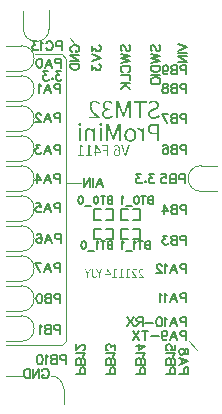
<source format=gbo>
%FSLAX36Y36*%
%MOIN*%

%ADD10C,0.0050*%
%ADD11C,0.0040*%
%ADD12C,0.0060*%

%LPD*%
G36*
X551900Y-1430200D02*
G01*
X550040Y-1430360D01*
X548400Y-1430820D01*
X546960Y-1431560D01*
X545740Y-1432540D01*
X544780Y-1433800D01*
X544080Y-1435260D01*
X543640Y-1436940D01*
X543500Y-1438800D01*
X543720Y-1441020D01*
X544340Y-1443260D01*
X545340Y-1445520D01*
X546700Y-1447800D01*
X548400Y-1450120D01*
X550420Y-1452500D01*
X552720Y-1454920D01*
X555300Y-1457400D01*
X550500Y-1457200D01*
X542100Y-1457200D01*
X542100Y-1460000D01*
X560200Y-1460000D01*
X560200Y-1458000D01*
X556920Y-1455060D01*
X554120Y-1452320D01*
X551800Y-1449740D01*
X549920Y-1447320D01*
X548500Y-1445040D01*
X547480Y-1442900D01*
X546900Y-1440860D01*
X546700Y-1438899D01*
X547020Y-1436480D01*
X548020Y-1434540D01*
X549740Y-1433260D01*
X552200Y-1432800D01*
X554000Y-1433080D01*
X555660Y-1433839D01*
X557140Y-1434960D01*
X558500Y-1436300D01*
X560400Y-1434500D01*
X558560Y-1432740D01*
X556600Y-1431380D01*
X554400Y-1430500D01*
G37*
G36*
X529900Y-1430200D02*
G01*
X528040Y-1430360D01*
X526400Y-1430820D01*
X524960Y-1431560D01*
X523760Y-1432540D01*
X522780Y-1433800D01*
X522080Y-1435260D01*
X521640Y-1436940D01*
X521500Y-1438800D01*
X521719Y-1441020D01*
X522340Y-1443260D01*
X523360Y-1445520D01*
X524740Y-1447800D01*
X526440Y-1450120D01*
X528460Y-1452500D01*
X530760Y-1454920D01*
X533300Y-1457400D01*
X528500Y-1457200D01*
X520100Y-1457200D01*
X520100Y-1460000D01*
X538200Y-1460000D01*
X538200Y-1458000D01*
X534940Y-1455060D01*
X532160Y-1452320D01*
X529840Y-1449740D01*
X527960Y-1447320D01*
X526520Y-1445040D01*
X525500Y-1442900D01*
X524900Y-1440860D01*
X524700Y-1438899D01*
X525040Y-1436480D01*
X526080Y-1434540D01*
X527820Y-1433260D01*
X530300Y-1432800D01*
X532040Y-1433080D01*
X533660Y-1433839D01*
X535160Y-1434960D01*
X536500Y-1436300D01*
X538400Y-1434500D01*
X536620Y-1432740D01*
X534680Y-1431380D01*
X532460Y-1430500D01*
G37*
G36*
X504700Y-1430700D02*
G01*
X504700Y-1457300D01*
X498800Y-1457300D01*
X498800Y-1460000D01*
X514500Y-1460000D01*
X514500Y-1457300D01*
X508000Y-1457300D01*
X508000Y-1434800D01*
X513100Y-1434800D01*
X513100Y-1432700D01*
X511340Y-1432340D01*
X509780Y-1431879D01*
X508400Y-1431339D01*
X507200Y-1430700D01*
G37*
G36*
X482800Y-1430700D02*
G01*
X482800Y-1457300D01*
X476800Y-1457300D01*
X476800Y-1460000D01*
X492600Y-1460000D01*
X492600Y-1457300D01*
X486000Y-1457300D01*
X486000Y-1434800D01*
X491200Y-1434800D01*
X491200Y-1432700D01*
X489400Y-1432340D01*
X487819Y-1431879D01*
X486440Y-1431339D01*
X485200Y-1430700D01*
G37*
G36*
X460800Y-1430700D02*
G01*
X460800Y-1457300D01*
X454799Y-1457300D01*
X454799Y-1460000D01*
X470600Y-1460000D01*
X470600Y-1457300D01*
X464000Y-1457300D01*
X464000Y-1434800D01*
X469200Y-1434800D01*
X469200Y-1432700D01*
X467440Y-1432340D01*
X465880Y-1431879D01*
X464500Y-1431339D01*
X463300Y-1430700D01*
G37*
G36*
X435500Y-1430700D02*
G01*
X435500Y-1434500D01*
X438600Y-1434500D01*
X440900Y-1438800D01*
X448000Y-1449199D01*
X438600Y-1449199D01*
X438579Y-1438500D01*
X438400Y-1434500D01*
X435500Y-1434500D01*
X435500Y-1449199D01*
X431500Y-1449199D01*
X431500Y-1451800D01*
X435500Y-1451800D01*
X435500Y-1460000D01*
X438600Y-1460000D01*
X438600Y-1451800D01*
X451400Y-1451800D01*
X451400Y-1449700D01*
X439000Y-1430700D01*
G37*
G36*
X400400Y-1430700D02*
G01*
X409200Y-1448500D01*
X409200Y-1460000D01*
X412500Y-1460000D01*
X412500Y-1448500D01*
X421300Y-1430700D01*
X417800Y-1430700D01*
X410900Y-1445600D01*
X410800Y-1445600D01*
X409219Y-1442400D01*
X407800Y-1439199D01*
X403800Y-1430700D01*
G37*
G36*
X387600Y-1430700D02*
G01*
X387600Y-1451600D01*
X387700Y-1453380D01*
X388040Y-1455060D01*
X388600Y-1456560D01*
X389420Y-1457880D01*
X390500Y-1458980D01*
X391860Y-1459800D01*
X393519Y-1460320D01*
X395500Y-1460500D01*
X398020Y-1460220D01*
X400160Y-1459379D01*
X401960Y-1457960D01*
X403400Y-1456000D01*
X401000Y-1454300D01*
X399900Y-1455820D01*
X398700Y-1456860D01*
X397340Y-1457420D01*
X395800Y-1457600D01*
X393640Y-1457240D01*
X392120Y-1456120D01*
X391200Y-1454139D01*
X390900Y-1451200D01*
X390900Y-1430700D01*
G37*
G36*
X362800Y-1430700D02*
G01*
X371599Y-1448500D01*
X371599Y-1460000D01*
X374799Y-1460000D01*
X374799Y-1448500D01*
X383600Y-1430700D01*
X380100Y-1430700D01*
X373200Y-1445600D01*
X373100Y-1445600D01*
X371520Y-1442400D01*
X366200Y-1430700D01*
G37*
G36*
X439000Y-870000D02*
G01*
X436659Y-870140D01*
X434440Y-870480D01*
X432360Y-871020D01*
X430439Y-871760D01*
X428680Y-872700D01*
X427100Y-873860D01*
X425720Y-875180D01*
X424580Y-876700D01*
X423640Y-878420D01*
X422960Y-880300D01*
X422540Y-882360D01*
X422400Y-884599D01*
X422600Y-887220D01*
X423160Y-889599D01*
X424060Y-891720D01*
X425280Y-893620D01*
X426820Y-895260D01*
X428600Y-896680D01*
X430640Y-897860D01*
X432900Y-898800D01*
X432900Y-899100D01*
X430379Y-899880D01*
X428040Y-900980D01*
X425920Y-902420D01*
X424060Y-904160D01*
X422540Y-906220D01*
X421380Y-908560D01*
X420660Y-911200D01*
X420400Y-914100D01*
X420560Y-916620D01*
X421060Y-918940D01*
X421840Y-921080D01*
X422900Y-923020D01*
X424219Y-924760D01*
X425780Y-926300D01*
X427540Y-927620D01*
X429500Y-928700D01*
X431620Y-929560D01*
X433900Y-930200D01*
X436300Y-930580D01*
X438800Y-930699D01*
X442060Y-930520D01*
X445020Y-930020D01*
X447680Y-929260D01*
X450080Y-928240D01*
X452239Y-927039D01*
X454180Y-925680D01*
X455880Y-924220D01*
X457400Y-922700D01*
X454000Y-918500D01*
X452680Y-919800D01*
X451240Y-921040D01*
X449660Y-922200D01*
X447960Y-923220D01*
X446060Y-924080D01*
X443980Y-924740D01*
X441700Y-925160D01*
X439200Y-925300D01*
X436640Y-925100D01*
X434300Y-924500D01*
X432220Y-923540D01*
X430439Y-922220D01*
X428980Y-920580D01*
X427900Y-918640D01*
X427239Y-916400D01*
X427000Y-913900D01*
X427100Y-912159D01*
X427420Y-910500D01*
X427980Y-908980D01*
X428780Y-907560D01*
X429820Y-906280D01*
X431160Y-905160D01*
X432760Y-904160D01*
X434660Y-903340D01*
X436880Y-902680D01*
X439400Y-902200D01*
X442280Y-901900D01*
X445500Y-901800D01*
X445500Y-896700D01*
X442620Y-896600D01*
X440040Y-896300D01*
X437780Y-895800D01*
X435800Y-895140D01*
X434099Y-894320D01*
X432680Y-893340D01*
X431500Y-892220D01*
X430560Y-891000D01*
X429860Y-889659D01*
X429380Y-888220D01*
X429099Y-886700D01*
X429000Y-885100D01*
X429180Y-883000D01*
X429720Y-881100D01*
X430600Y-879440D01*
X431780Y-878020D01*
X433280Y-876900D01*
X435040Y-876040D01*
X437040Y-875500D01*
X439300Y-875300D01*
X442780Y-875800D01*
X446019Y-877060D01*
X448960Y-878900D01*
X451599Y-881200D01*
X455200Y-877000D01*
X453540Y-875580D01*
X451820Y-874280D01*
X449980Y-873100D01*
X448040Y-872080D01*
X445980Y-871240D01*
X443800Y-870580D01*
X441480Y-870180D01*
G37*
G36*
X592400Y-870100D02*
G01*
X589820Y-870240D01*
X587360Y-870639D01*
X585000Y-871280D01*
X582780Y-872120D01*
X580700Y-873180D01*
X578760Y-874400D01*
X577000Y-875780D01*
X575400Y-877300D01*
X578900Y-881500D01*
X580280Y-880280D01*
X581740Y-879200D01*
X583280Y-878240D01*
X584900Y-877420D01*
X586620Y-876780D01*
X588440Y-876300D01*
X590360Y-876000D01*
X592400Y-875900D01*
X594840Y-876060D01*
X597060Y-876540D01*
X599000Y-877300D01*
X600660Y-878340D01*
X601980Y-879640D01*
X602980Y-881180D01*
X603600Y-882940D01*
X603800Y-884900D01*
X603560Y-886979D01*
X602900Y-888740D01*
X601880Y-890240D01*
X600580Y-891500D01*
X599080Y-892580D01*
X597440Y-893500D01*
X594000Y-895100D01*
X585500Y-898700D01*
X583060Y-899840D01*
X580780Y-901140D01*
X578720Y-902620D01*
X576940Y-904320D01*
X575460Y-906300D01*
X574340Y-908600D01*
X573640Y-911260D01*
X573400Y-914300D01*
X573560Y-916560D01*
X574020Y-918720D01*
X574780Y-920740D01*
X575820Y-922640D01*
X577120Y-924380D01*
X578700Y-925960D01*
X580520Y-927320D01*
X582580Y-928500D01*
X584880Y-929440D01*
X587380Y-930120D01*
X590100Y-930560D01*
X593000Y-930699D01*
X596080Y-930540D01*
X599020Y-930100D01*
X601800Y-929380D01*
X604440Y-928379D01*
X606920Y-927120D01*
X609240Y-925639D01*
X611400Y-923920D01*
X613400Y-922000D01*
X609400Y-917500D01*
X607720Y-919120D01*
X605900Y-920560D01*
X603960Y-921820D01*
X601920Y-922880D01*
X599780Y-923740D01*
X597580Y-924380D01*
X595300Y-924760D01*
X593000Y-924900D01*
X590140Y-924720D01*
X587620Y-924160D01*
X585400Y-923280D01*
X583560Y-922099D01*
X582080Y-920639D01*
X581000Y-918920D01*
X580320Y-916960D01*
X580100Y-914800D01*
X580300Y-912640D01*
X580880Y-910800D01*
X581780Y-909280D01*
X583000Y-907980D01*
X584480Y-906860D01*
X586180Y-905860D01*
X590100Y-904000D01*
X598600Y-900300D01*
X600660Y-899320D01*
X602740Y-898160D01*
X604740Y-896780D01*
X606580Y-895140D01*
X608160Y-893220D01*
X609400Y-890980D01*
X610220Y-888379D01*
X610500Y-885400D01*
X610340Y-883240D01*
X609880Y-881180D01*
X609140Y-879260D01*
X608120Y-877480D01*
X606860Y-875860D01*
X605360Y-874419D01*
X603640Y-873160D01*
X601720Y-872080D01*
X599620Y-871240D01*
X597360Y-870620D01*
X594940Y-870240D01*
G37*
G36*
X395600Y-870100D02*
G01*
X393080Y-870240D01*
X390740Y-870639D01*
X388579Y-871320D01*
X386620Y-872220D01*
X384860Y-873379D01*
X383300Y-874760D01*
X381960Y-876340D01*
X380840Y-878139D01*
X379960Y-880140D01*
X379320Y-882320D01*
X378940Y-884680D01*
X378800Y-887200D01*
X378880Y-888980D01*
X379080Y-890780D01*
X379420Y-892560D01*
X379880Y-894360D01*
X380480Y-896160D01*
X381200Y-897980D01*
X382980Y-901620D01*
X385240Y-905300D01*
X387920Y-909040D01*
X391000Y-912820D01*
X394460Y-916660D01*
X398260Y-920600D01*
X402400Y-924599D01*
X397560Y-924240D01*
X392800Y-924100D01*
X376000Y-924100D01*
X376000Y-929700D01*
X412200Y-929700D01*
X412200Y-925800D01*
X406900Y-921040D01*
X402220Y-916520D01*
X398120Y-912240D01*
X394620Y-908180D01*
X391680Y-904320D01*
X389320Y-900660D01*
X388340Y-898880D01*
X387500Y-897140D01*
X386800Y-895460D01*
X386220Y-893800D01*
X385760Y-892180D01*
X385260Y-889020D01*
X385200Y-887500D01*
X385379Y-885000D01*
X385880Y-882700D01*
X386740Y-880639D01*
X387939Y-878860D01*
X389500Y-877420D01*
X391400Y-876320D01*
X393680Y-875639D01*
X396300Y-875400D01*
X398100Y-875540D01*
X399840Y-875939D01*
X401520Y-876560D01*
X403120Y-877380D01*
X404640Y-878400D01*
X406100Y-879580D01*
X407480Y-880879D01*
X408800Y-882300D01*
X412600Y-878700D01*
X410820Y-876840D01*
X408980Y-875160D01*
X407080Y-873700D01*
X405080Y-872460D01*
X402939Y-871460D01*
X400680Y-870720D01*
X398240Y-870260D01*
G37*
G36*
X526600Y-871100D02*
G01*
X526600Y-876700D01*
X544500Y-876700D01*
X544500Y-929700D01*
X551200Y-929700D01*
X551200Y-876700D01*
X569000Y-876700D01*
X569000Y-871100D01*
G37*
G36*
X467900Y-871100D02*
G01*
X467900Y-929700D01*
X474099Y-929700D01*
X474080Y-893940D01*
X473680Y-885200D01*
X473300Y-878900D01*
X473600Y-878900D01*
X478200Y-892200D01*
X489700Y-923700D01*
X494200Y-923700D01*
X505800Y-892200D01*
X510400Y-878900D01*
X510700Y-878900D01*
X509980Y-891860D01*
X509900Y-895900D01*
X509900Y-929700D01*
X515900Y-929700D01*
X515900Y-871100D01*
X507800Y-871100D01*
X496200Y-903100D01*
X492000Y-915600D01*
X491599Y-915600D01*
X487500Y-903100D01*
X476100Y-871100D01*
G37*
G36*
X415600Y-945000D02*
G01*
X413820Y-945300D01*
X412320Y-946200D01*
X411280Y-947620D01*
X410900Y-949500D01*
X411280Y-951280D01*
X412320Y-952680D01*
X413820Y-953580D01*
X415600Y-953900D01*
X417480Y-953580D01*
X418960Y-952680D01*
X419940Y-951280D01*
X420300Y-949500D01*
X419940Y-947620D01*
X418960Y-946200D01*
X417480Y-945300D01*
G37*
G36*
X345700Y-945000D02*
G01*
X343860Y-945300D01*
X342380Y-946200D01*
X341360Y-947620D01*
X341000Y-949500D01*
X341360Y-951280D01*
X342380Y-952680D01*
X343860Y-953580D01*
X345700Y-953900D01*
X347580Y-953580D01*
X349060Y-952680D01*
X350040Y-951280D01*
X350400Y-949500D01*
X350040Y-947620D01*
X349060Y-946200D01*
X347580Y-945300D01*
G37*
G36*
X594100Y-947800D02*
G01*
X591680Y-947860D01*
X589380Y-948020D01*
X587180Y-948280D01*
X585120Y-948680D01*
X583200Y-949200D01*
X581400Y-949860D01*
X579760Y-950639D01*
X578260Y-951580D01*
X576900Y-952660D01*
X575720Y-953880D01*
X574700Y-955280D01*
X573860Y-956820D01*
X573180Y-958560D01*
X572700Y-960460D01*
X572400Y-962540D01*
X572300Y-964800D01*
X578900Y-964800D01*
X579020Y-962720D01*
X579360Y-960879D01*
X579920Y-959280D01*
X580700Y-957880D01*
X581720Y-956700D01*
X582960Y-955699D01*
X584420Y-954880D01*
X586100Y-954260D01*
X588020Y-953780D01*
X590160Y-953439D01*
X592520Y-953259D01*
X603700Y-953199D01*
X603700Y-977300D01*
X594700Y-977300D01*
X592140Y-977220D01*
X589820Y-976979D01*
X587720Y-976560D01*
X585840Y-976000D01*
X584200Y-975240D01*
X582780Y-974320D01*
X581600Y-973199D01*
X580620Y-971900D01*
X579860Y-970420D01*
X579320Y-968740D01*
X579000Y-966880D01*
X578900Y-964800D01*
X572300Y-964800D01*
X572400Y-967020D01*
X572700Y-969080D01*
X573180Y-970980D01*
X573840Y-972740D01*
X574680Y-974360D01*
X575700Y-975819D01*
X576880Y-977140D01*
X578220Y-978319D01*
X579700Y-979360D01*
X581320Y-980260D01*
X583100Y-981000D01*
X585000Y-981620D01*
X587020Y-982099D01*
X589180Y-982440D01*
X591440Y-982640D01*
X603700Y-982700D01*
X603700Y-1006400D01*
X610300Y-1006400D01*
X610300Y-947800D01*
G37*
G36*
X434700Y-947800D02*
G01*
X434700Y-1006400D01*
X440800Y-1006400D01*
X440780Y-970639D01*
X440379Y-961900D01*
X440000Y-955600D01*
X440300Y-955600D01*
X445000Y-968900D01*
X456400Y-1000400D01*
X461000Y-1000400D01*
X472500Y-968900D01*
X477100Y-955600D01*
X477500Y-955600D01*
X476960Y-964140D01*
X476760Y-968560D01*
X476700Y-972600D01*
X476700Y-1006400D01*
X482700Y-1006400D01*
X482700Y-947800D01*
X474500Y-947800D01*
X461900Y-982940D01*
X458700Y-992300D01*
X458300Y-992300D01*
X454300Y-979800D01*
X442800Y-947800D01*
G37*
G36*
X542400Y-962099D02*
G01*
X541140Y-962140D01*
X540000Y-962280D01*
X538940Y-962560D01*
X537900Y-963000D01*
X539100Y-968700D01*
X541080Y-968160D01*
X543200Y-968000D01*
X544620Y-968120D01*
X546080Y-968540D01*
X547580Y-969240D01*
X549040Y-970280D01*
X550480Y-971680D01*
X551860Y-973439D01*
X553140Y-975600D01*
X554300Y-978199D01*
X554300Y-1006400D01*
X560800Y-1006400D01*
X560800Y-963199D01*
X555500Y-963199D01*
X554900Y-971100D01*
X554700Y-971100D01*
X553520Y-969160D01*
X552200Y-967420D01*
X550780Y-965879D01*
X549260Y-964580D01*
X547660Y-963520D01*
X545960Y-962740D01*
X544220Y-962260D01*
G37*
G36*
X514900Y-962099D02*
G01*
X512920Y-962200D01*
X511000Y-962480D01*
X509120Y-962960D01*
X507320Y-963620D01*
X505580Y-964460D01*
X503940Y-965480D01*
X502400Y-966680D01*
X500980Y-968060D01*
X499680Y-969599D01*
X498500Y-971320D01*
X497480Y-973180D01*
X496620Y-975220D01*
X495920Y-977420D01*
X495420Y-979760D01*
X495100Y-982260D01*
X495000Y-984900D01*
X501700Y-984900D01*
X501820Y-982400D01*
X502140Y-980040D01*
X502660Y-977860D01*
X503380Y-975840D01*
X504300Y-974020D01*
X505379Y-972380D01*
X506620Y-970980D01*
X508020Y-969800D01*
X509540Y-968860D01*
X511220Y-968160D01*
X513000Y-967740D01*
X514900Y-967600D01*
X516800Y-967740D01*
X518579Y-968160D01*
X520240Y-968860D01*
X521760Y-969800D01*
X523140Y-970980D01*
X524380Y-972380D01*
X525440Y-974020D01*
X526340Y-975840D01*
X527040Y-977860D01*
X527580Y-980040D01*
X527900Y-982400D01*
X528000Y-984900D01*
X527900Y-987380D01*
X527580Y-989700D01*
X527060Y-991880D01*
X526340Y-993860D01*
X525440Y-995660D01*
X524380Y-997280D01*
X523140Y-998660D01*
X521760Y-999840D01*
X520240Y-1000759D01*
X518579Y-1001440D01*
X516800Y-1001860D01*
X514900Y-1002000D01*
X513000Y-1001860D01*
X511220Y-1001440D01*
X509540Y-1000759D01*
X508020Y-999840D01*
X506620Y-998660D01*
X505379Y-997280D01*
X504300Y-995660D01*
X503380Y-993860D01*
X502660Y-991880D01*
X502140Y-989700D01*
X501820Y-987380D01*
X501700Y-984900D01*
X495000Y-984900D01*
X495100Y-987500D01*
X495420Y-989940D01*
X495920Y-992240D01*
X496620Y-994400D01*
X497480Y-996400D01*
X498500Y-998259D01*
X499680Y-999940D01*
X500980Y-1001480D01*
X502400Y-1002840D01*
X503940Y-1004020D01*
X505580Y-1005040D01*
X507320Y-1005879D01*
X509120Y-1006540D01*
X511000Y-1007020D01*
X512920Y-1007300D01*
X514900Y-1007400D01*
X516860Y-1007300D01*
X518800Y-1007020D01*
X520660Y-1006540D01*
X522460Y-1005879D01*
X524180Y-1005040D01*
X525820Y-1004020D01*
X527360Y-1002840D01*
X528780Y-1001480D01*
X530080Y-999940D01*
X531240Y-998259D01*
X532240Y-996400D01*
X533100Y-994400D01*
X533780Y-992240D01*
X534280Y-989940D01*
X534600Y-987500D01*
X534700Y-984900D01*
X534600Y-982260D01*
X534280Y-979760D01*
X533780Y-977420D01*
X533100Y-975220D01*
X532240Y-973180D01*
X531240Y-971320D01*
X530080Y-969599D01*
X528780Y-968060D01*
X527360Y-966680D01*
X525820Y-965480D01*
X524180Y-964460D01*
X522460Y-963620D01*
X520660Y-962960D01*
X518800Y-962480D01*
X516860Y-962200D01*
G37*
G36*
X376700Y-962099D02*
G01*
X374520Y-962220D01*
X372560Y-962580D01*
X370800Y-963180D01*
X369240Y-964020D01*
X367860Y-965080D01*
X366680Y-966380D01*
X365700Y-967920D01*
X364900Y-969680D01*
X364280Y-971680D01*
X363840Y-973900D01*
X363579Y-976340D01*
X363500Y-979000D01*
X363500Y-1006400D01*
X370000Y-1006400D01*
X370000Y-979800D01*
X370120Y-976880D01*
X370500Y-974380D01*
X371140Y-972320D01*
X372040Y-970639D01*
X373240Y-969380D01*
X374720Y-968500D01*
X376500Y-967980D01*
X378600Y-967800D01*
X380240Y-967920D01*
X381780Y-968240D01*
X383280Y-968800D01*
X384760Y-969580D01*
X386220Y-970560D01*
X387720Y-971760D01*
X390900Y-974800D01*
X390900Y-1006400D01*
X397400Y-1006400D01*
X397400Y-963199D01*
X392100Y-963199D01*
X391500Y-969500D01*
X391200Y-969500D01*
X389640Y-968000D01*
X388040Y-966620D01*
X386360Y-965360D01*
X384620Y-964260D01*
X382800Y-963360D01*
X380880Y-962680D01*
X378840Y-962240D01*
G37*
G36*
X412400Y-963199D02*
G01*
X412400Y-1006400D01*
X418900Y-1006400D01*
X418900Y-963199D01*
G37*
G36*
X342500Y-963199D02*
G01*
X342500Y-1006400D01*
X349000Y-1006400D01*
X349000Y-963199D01*
G37*
G36*
X468400Y-1017800D02*
G01*
X465800Y-1018060D01*
X463560Y-1018820D01*
X461640Y-1019960D01*
X460000Y-1021400D01*
X462299Y-1023900D01*
X463579Y-1022740D01*
X465040Y-1021860D01*
X466620Y-1021300D01*
X468300Y-1021100D01*
X470160Y-1021300D01*
X471920Y-1021900D01*
X473519Y-1022980D01*
X474940Y-1024560D01*
X476120Y-1026700D01*
X477040Y-1029419D01*
X477640Y-1032760D01*
X477900Y-1036800D01*
X476040Y-1034980D01*
X473960Y-1033580D01*
X471760Y-1032700D01*
X469500Y-1032400D01*
X467280Y-1032580D01*
X465300Y-1033120D01*
X463579Y-1034000D01*
X462120Y-1035240D01*
X460959Y-1036860D01*
X460100Y-1038820D01*
X459580Y-1041120D01*
X459400Y-1043800D01*
X463300Y-1043800D01*
X463700Y-1040380D01*
X464940Y-1037720D01*
X467100Y-1036000D01*
X470200Y-1035400D01*
X472020Y-1035680D01*
X473980Y-1036540D01*
X475959Y-1038060D01*
X477900Y-1040300D01*
X477580Y-1043040D01*
X477040Y-1045440D01*
X476300Y-1047520D01*
X475379Y-1049240D01*
X474240Y-1050600D01*
X472920Y-1051600D01*
X471400Y-1052200D01*
X469700Y-1052400D01*
X467140Y-1051780D01*
X465120Y-1050020D01*
X463780Y-1047300D01*
X463300Y-1043800D01*
X459400Y-1043800D01*
X459620Y-1046340D01*
X460220Y-1048660D01*
X461180Y-1050680D01*
X462440Y-1052420D01*
X463980Y-1053800D01*
X465720Y-1054840D01*
X467640Y-1055480D01*
X469700Y-1055700D01*
X471420Y-1055580D01*
X473060Y-1055180D01*
X474580Y-1054540D01*
X476000Y-1053660D01*
X477280Y-1052500D01*
X478420Y-1051120D01*
X479400Y-1049480D01*
X480240Y-1047580D01*
X480900Y-1045440D01*
X481400Y-1043080D01*
X481700Y-1040460D01*
X481800Y-1037600D01*
X481680Y-1034180D01*
X481300Y-1031140D01*
X480700Y-1028439D01*
X479880Y-1026060D01*
X478880Y-1024020D01*
X477720Y-1022300D01*
X476420Y-1020879D01*
X474980Y-1019740D01*
X473440Y-1018860D01*
X471820Y-1018259D01*
X470140Y-1017920D01*
G37*
G36*
X484700Y-1018400D02*
G01*
X496400Y-1055000D01*
X501200Y-1055000D01*
X512900Y-1018400D01*
X508500Y-1018400D01*
X501480Y-1041740D01*
X499780Y-1047620D01*
X498800Y-1050700D01*
X498600Y-1050700D01*
X488900Y-1018400D01*
G37*
G36*
X420200Y-1018400D02*
G01*
X420200Y-1021900D01*
X436800Y-1021900D01*
X436800Y-1034800D01*
X422700Y-1034800D01*
X422700Y-1038300D01*
X436800Y-1038300D01*
X436800Y-1055000D01*
X441000Y-1055000D01*
X441000Y-1018400D01*
G37*
G36*
X397900Y-1018400D02*
G01*
X397900Y-1023199D01*
X401700Y-1023199D01*
X404600Y-1028400D01*
X413500Y-1041600D01*
X401800Y-1041600D01*
X401760Y-1028120D01*
X401500Y-1023199D01*
X397900Y-1023199D01*
X397900Y-1041600D01*
X392900Y-1041600D01*
X392900Y-1044800D01*
X397900Y-1044800D01*
X397900Y-1055000D01*
X401800Y-1055000D01*
X401800Y-1044800D01*
X417800Y-1044800D01*
X417800Y-1042200D01*
X402299Y-1018400D01*
G37*
G36*
X374600Y-1018400D02*
G01*
X374600Y-1051600D01*
X367200Y-1051600D01*
X367200Y-1055000D01*
X386900Y-1055000D01*
X386900Y-1051600D01*
X378700Y-1051600D01*
X378700Y-1023600D01*
X385100Y-1023600D01*
X385100Y-1020900D01*
X382900Y-1020420D01*
X380959Y-1019840D01*
X379219Y-1019180D01*
X377700Y-1018400D01*
G37*
G36*
X347200Y-1018400D02*
G01*
X347200Y-1051600D01*
X339700Y-1051600D01*
X339700Y-1055000D01*
X359400Y-1055000D01*
X359400Y-1051600D01*
X351200Y-1051600D01*
X351200Y-1023600D01*
X357700Y-1023600D01*
X357700Y-1020900D01*
X355460Y-1020420D01*
X353519Y-1019840D01*
X351800Y-1019180D01*
X350300Y-1018400D01*
G37*
D10*
X285999Y-672545D02*
G01*
X285999Y-703090D01*
X285999Y-672545D02*
G01*
X272908Y-672545D01*
X268546Y-674000D01*
X267091Y-675453D01*
X265635Y-678362D01*
X265635Y-682726D01*
X267091Y-685635D01*
X268546Y-687091D01*
X272908Y-688544D01*
X285999Y-688544D01*
X234218Y-679818D02*
G01*
X235673Y-676909D01*
X238582Y-674000D01*
X241491Y-672545D01*
X247309Y-672545D01*
X250217Y-674000D01*
X253126Y-676909D01*
X254582Y-679818D01*
X256035Y-684182D01*
X256035Y-691453D01*
X254582Y-695817D01*
X253126Y-698726D01*
X250217Y-701635D01*
X247309Y-703090D01*
X241491Y-703090D01*
X238582Y-701635D01*
X235673Y-698726D01*
X234218Y-695817D01*
X224618Y-678362D02*
G01*
X221709Y-676909D01*
X217345Y-672545D01*
X217345Y-703090D01*
X204836Y-672545D02*
G01*
X188836Y-672545D01*
X197564Y-684182D01*
X193200Y-684182D01*
X190291Y-685635D01*
X188836Y-687091D01*
X187381Y-691453D01*
X187381Y-694362D01*
X188836Y-698726D01*
X191745Y-701635D01*
X196109Y-703090D01*
X200473Y-703090D01*
X204836Y-701635D01*
X206291Y-700181D01*
X207746Y-697271D01*
X321817Y-707818D02*
G01*
X318908Y-706363D01*
X315999Y-703454D01*
X314544Y-700545D01*
X314544Y-694726D01*
X315999Y-691817D01*
X318908Y-688908D01*
X321817Y-687454D01*
X326181Y-685999D01*
X333454Y-685999D01*
X337818Y-687454D01*
X340727Y-688908D01*
X343636Y-691817D01*
X345091Y-694726D01*
X345091Y-700545D01*
X343636Y-703454D01*
X340727Y-706363D01*
X337818Y-707818D01*
X333454Y-707818D01*
X333454Y-700545D02*
G01*
X333454Y-707818D01*
X314544Y-717417D02*
G01*
X345091Y-717417D01*
X314544Y-717417D02*
G01*
X345091Y-737782D01*
X314544Y-737782D02*
G01*
X345091Y-737782D01*
X314544Y-747381D02*
G01*
X345091Y-747381D01*
X314544Y-747381D02*
G01*
X314544Y-757564D01*
X315999Y-761927D01*
X318908Y-764836D01*
X321817Y-766291D01*
X326181Y-767744D01*
X333454Y-767744D01*
X337818Y-766291D01*
X340727Y-764836D01*
X343636Y-761927D01*
X345091Y-757564D01*
X345091Y-747381D01*
X385999Y-687908D02*
G01*
X385999Y-703908D01*
X397636Y-695181D01*
X397636Y-699544D01*
X399090Y-702454D01*
X400545Y-703908D01*
X404908Y-705363D01*
X407818Y-705363D01*
X412181Y-703908D01*
X415091Y-700999D01*
X416545Y-696635D01*
X416545Y-692273D01*
X415091Y-687908D01*
X413636Y-686455D01*
X410727Y-685000D01*
X385999Y-714964D02*
G01*
X416545Y-726599D01*
X385999Y-738236D02*
G01*
X416545Y-726599D01*
X385999Y-750745D02*
G01*
X385999Y-766745D01*
X397636Y-758018D01*
X397636Y-762381D01*
X399090Y-765291D01*
X400545Y-766745D01*
X404908Y-768200D01*
X407818Y-768200D01*
X412181Y-766745D01*
X415091Y-763836D01*
X416545Y-759472D01*
X416545Y-755109D01*
X415091Y-750745D01*
X413636Y-749290D01*
X410727Y-747836D01*
X487903Y-705363D02*
G01*
X484994Y-702454D01*
X483539Y-698090D01*
X483539Y-692273D01*
X484994Y-687908D01*
X487903Y-685000D01*
X490812Y-685000D01*
X493721Y-686455D01*
X495176Y-687908D01*
X496631Y-690817D01*
X499540Y-699544D01*
X500994Y-702454D01*
X502449Y-703908D01*
X505358Y-705363D01*
X509722Y-705363D01*
X512631Y-702454D01*
X514086Y-698090D01*
X514086Y-692273D01*
X512631Y-687908D01*
X509722Y-685000D01*
X483539Y-714964D02*
G01*
X514086Y-722235D01*
X483539Y-729508D02*
G01*
X514086Y-722235D01*
X483539Y-729508D02*
G01*
X514086Y-736781D01*
X483539Y-744054D02*
G01*
X514086Y-736781D01*
X490812Y-775473D02*
G01*
X487903Y-774018D01*
X484994Y-771109D01*
X483539Y-768200D01*
X483539Y-762381D01*
X484994Y-759472D01*
X487903Y-756563D01*
X490812Y-755109D01*
X495176Y-753654D01*
X502449Y-753654D01*
X506813Y-755109D01*
X509722Y-756563D01*
X512631Y-759472D01*
X514086Y-762381D01*
X514086Y-768200D01*
X512631Y-771109D01*
X509722Y-774018D01*
X506813Y-775473D01*
X483539Y-785073D02*
G01*
X514086Y-785073D01*
X514086Y-785073D02*
G01*
X514086Y-802527D01*
X483539Y-812127D02*
G01*
X514086Y-812127D01*
X483539Y-832491D02*
G01*
X503904Y-812127D01*
X496631Y-819400D02*
G01*
X514086Y-832491D01*
X587903Y-705363D02*
G01*
X584994Y-702454D01*
X583539Y-698090D01*
X583539Y-692273D01*
X584994Y-687908D01*
X587903Y-685000D01*
X590812Y-685000D01*
X593721Y-686455D01*
X595176Y-687908D01*
X596631Y-690817D01*
X599540Y-699544D01*
X600994Y-702454D01*
X602449Y-703908D01*
X605358Y-705363D01*
X609722Y-705363D01*
X612631Y-702454D01*
X614086Y-698090D01*
X614086Y-692273D01*
X612631Y-687908D01*
X609722Y-685000D01*
X583539Y-714964D02*
G01*
X614086Y-722235D01*
X583539Y-729508D02*
G01*
X614086Y-722235D01*
X583539Y-729508D02*
G01*
X614086Y-736781D01*
X583539Y-744054D02*
G01*
X614086Y-736781D01*
X583539Y-753654D02*
G01*
X614086Y-753654D01*
X583539Y-753654D02*
G01*
X583539Y-763836D01*
X584994Y-768200D01*
X587903Y-771109D01*
X590812Y-772564D01*
X595176Y-774018D01*
X602449Y-774018D01*
X606813Y-772564D01*
X609722Y-771109D01*
X612631Y-768200D01*
X614086Y-763836D01*
X614086Y-753654D01*
X583539Y-783618D02*
G01*
X614086Y-783618D01*
X583539Y-801945D02*
G01*
X584994Y-799036D01*
X587903Y-796127D01*
X590812Y-794672D01*
X595176Y-793218D01*
X602449Y-793218D01*
X606813Y-794672D01*
X609722Y-796127D01*
X612631Y-799036D01*
X614086Y-801945D01*
X614086Y-807764D01*
X612631Y-810673D01*
X609722Y-813582D01*
X606813Y-815036D01*
X602449Y-816491D01*
X595176Y-816491D01*
X590812Y-815036D01*
X587903Y-813582D01*
X584994Y-810673D01*
X583539Y-807764D01*
X583539Y-801945D01*
X673544Y-680000D02*
G01*
X704090Y-691637D01*
X673544Y-703272D02*
G01*
X704090Y-691637D01*
X673544Y-712872D02*
G01*
X704090Y-712872D01*
X673544Y-722473D02*
G01*
X704090Y-722473D01*
X673544Y-722473D02*
G01*
X704090Y-742836D01*
X673544Y-742836D02*
G01*
X704090Y-742836D01*
X700999Y-752545D02*
G01*
X700999Y-783090D01*
X700999Y-752545D02*
G01*
X687908Y-752545D01*
X683544Y-754000D01*
X682091Y-755453D01*
X680635Y-758362D01*
X680635Y-762726D01*
X682091Y-765635D01*
X683544Y-767091D01*
X687908Y-768544D01*
X700999Y-768544D01*
X671035Y-752545D02*
G01*
X671035Y-783090D01*
X671035Y-752545D02*
G01*
X657944Y-752545D01*
X653580Y-754000D01*
X652127Y-755453D01*
X650671Y-758362D01*
X650671Y-761271D01*
X652127Y-764182D01*
X653580Y-765635D01*
X657944Y-767091D01*
X671035Y-767091D02*
G01*
X657944Y-767091D01*
X653580Y-768544D01*
X652127Y-770000D01*
X650671Y-772908D01*
X650671Y-777271D01*
X652127Y-780181D01*
X653580Y-781635D01*
X657944Y-783090D01*
X671035Y-783090D01*
X622163Y-762726D02*
G01*
X623618Y-767091D01*
X626527Y-770000D01*
X630891Y-771453D01*
X632345Y-771453D01*
X636709Y-770000D01*
X639618Y-767091D01*
X641071Y-762726D01*
X641071Y-761271D01*
X639618Y-756909D01*
X636709Y-754000D01*
X632345Y-752545D01*
X630891Y-752545D01*
X626527Y-754000D01*
X623618Y-756909D01*
X622163Y-762726D01*
X622163Y-770000D01*
X623618Y-777271D01*
X626527Y-781635D01*
X630891Y-783090D01*
X633800Y-783090D01*
X638162Y-781635D01*
X639618Y-778726D01*
X701291Y-815001D02*
G01*
X701291Y-845545D01*
X701291Y-815001D02*
G01*
X688200Y-815001D01*
X683836Y-816455D01*
X682381Y-817910D01*
X680927Y-820819D01*
X680927Y-825183D01*
X682381Y-828092D01*
X683836Y-829546D01*
X688200Y-831001D01*
X701291Y-831001D01*
X671327Y-815001D02*
G01*
X671327Y-845545D01*
X671327Y-815001D02*
G01*
X658236Y-815001D01*
X653872Y-816455D01*
X652417Y-817910D01*
X650963Y-820819D01*
X650963Y-823728D01*
X652417Y-826637D01*
X653872Y-828092D01*
X658236Y-829546D01*
X671327Y-829546D02*
G01*
X658236Y-829546D01*
X653872Y-831001D01*
X652417Y-832454D01*
X650963Y-835363D01*
X650963Y-839728D01*
X652417Y-842636D01*
X653872Y-844092D01*
X658236Y-845545D01*
X671327Y-845545D01*
X634090Y-815001D02*
G01*
X638454Y-816455D01*
X639908Y-819364D01*
X639908Y-822273D01*
X638454Y-825183D01*
X635545Y-826637D01*
X629728Y-828092D01*
X625363Y-829546D01*
X622454Y-832454D01*
X620999Y-835363D01*
X620999Y-839728D01*
X622454Y-842636D01*
X623908Y-844092D01*
X628272Y-845545D01*
X634090Y-845545D01*
X638454Y-844092D01*
X639908Y-842636D01*
X641363Y-839728D01*
X641363Y-835363D01*
X639908Y-832454D01*
X636999Y-829546D01*
X632636Y-828092D01*
X626817Y-826637D01*
X623908Y-825183D01*
X622454Y-822273D01*
X622454Y-819364D01*
X623908Y-816455D01*
X628272Y-815001D01*
X634090Y-815001D01*
X701291Y-915001D02*
G01*
X701291Y-945547D01*
X701291Y-915001D02*
G01*
X688200Y-915001D01*
X683836Y-916455D01*
X682381Y-917910D01*
X680927Y-920819D01*
X680927Y-925183D01*
X682381Y-928092D01*
X683836Y-929546D01*
X688200Y-931001D01*
X701291Y-931001D01*
X671327Y-915001D02*
G01*
X671327Y-945547D01*
X671327Y-915001D02*
G01*
X658236Y-915001D01*
X653872Y-916455D01*
X652417Y-917910D01*
X650963Y-920819D01*
X650963Y-923728D01*
X652417Y-926637D01*
X653872Y-928092D01*
X658236Y-929546D01*
X671327Y-929546D02*
G01*
X658236Y-929546D01*
X653872Y-931001D01*
X652417Y-932456D01*
X650963Y-935365D01*
X650963Y-939728D01*
X652417Y-942638D01*
X653872Y-944092D01*
X658236Y-945547D01*
X671327Y-945547D01*
X620999Y-915001D02*
G01*
X635545Y-945547D01*
X641363Y-915001D02*
G01*
X620999Y-915001D01*
X700999Y-1017545D02*
G01*
X700999Y-1048090D01*
X700999Y-1017545D02*
G01*
X687908Y-1017545D01*
X683544Y-1019000D01*
X682091Y-1020453D01*
X680635Y-1023362D01*
X680635Y-1027726D01*
X682091Y-1030635D01*
X683544Y-1032091D01*
X687908Y-1033544D01*
X700999Y-1033544D01*
X671035Y-1017545D02*
G01*
X671035Y-1048090D01*
X671035Y-1017545D02*
G01*
X657944Y-1017545D01*
X653580Y-1019000D01*
X652127Y-1020453D01*
X650671Y-1023362D01*
X650671Y-1026271D01*
X652127Y-1029182D01*
X653580Y-1030635D01*
X657944Y-1032091D01*
X671035Y-1032091D02*
G01*
X657944Y-1032091D01*
X653580Y-1033544D01*
X652127Y-1035000D01*
X650671Y-1037908D01*
X650671Y-1042271D01*
X652127Y-1045181D01*
X653580Y-1046635D01*
X657944Y-1048090D01*
X671035Y-1048090D01*
X623618Y-1021909D02*
G01*
X625072Y-1019000D01*
X629436Y-1017545D01*
X632345Y-1017545D01*
X636709Y-1019000D01*
X639618Y-1023362D01*
X641071Y-1030635D01*
X641071Y-1037908D01*
X639618Y-1043726D01*
X636709Y-1046635D01*
X632345Y-1048090D01*
X630891Y-1048090D01*
X626527Y-1046635D01*
X623618Y-1043726D01*
X622163Y-1039362D01*
X622163Y-1037908D01*
X623618Y-1033544D01*
X626527Y-1030635D01*
X630891Y-1029182D01*
X632345Y-1029182D01*
X636709Y-1030635D01*
X639618Y-1033544D01*
X641071Y-1037908D01*
X695999Y-1115709D02*
G01*
X695999Y-1146255D01*
X695999Y-1115709D02*
G01*
X682908Y-1115709D01*
X678544Y-1117163D01*
X677091Y-1118618D01*
X675635Y-1121527D01*
X675635Y-1125891D01*
X677091Y-1128800D01*
X678544Y-1130255D01*
X682908Y-1131709D01*
X695999Y-1131709D01*
X666035Y-1115709D02*
G01*
X666035Y-1146255D01*
X666035Y-1115709D02*
G01*
X652944Y-1115709D01*
X648582Y-1117163D01*
X647127Y-1118618D01*
X645673Y-1121527D01*
X645673Y-1124436D01*
X647127Y-1127345D01*
X648582Y-1128800D01*
X652944Y-1130255D01*
X666035Y-1130255D02*
G01*
X652944Y-1130255D01*
X648582Y-1131709D01*
X647127Y-1133164D01*
X645673Y-1136073D01*
X645673Y-1140435D01*
X647127Y-1143344D01*
X648582Y-1144800D01*
X652944Y-1146255D01*
X666035Y-1146255D01*
X618618Y-1115709D02*
G01*
X633164Y-1115709D01*
X634618Y-1128800D01*
X633164Y-1127345D01*
X628800Y-1125891D01*
X624436Y-1125891D01*
X620073Y-1127345D01*
X617163Y-1130255D01*
X615709Y-1134618D01*
X615709Y-1137527D01*
X617163Y-1141891D01*
X620073Y-1144800D01*
X624436Y-1146255D01*
X628800Y-1146255D01*
X633164Y-1144800D01*
X634618Y-1143344D01*
X636073Y-1140435D01*
X700999Y-1217545D02*
G01*
X700999Y-1248090D01*
X700999Y-1217545D02*
G01*
X687910Y-1217545D01*
X683546Y-1219000D01*
X682091Y-1220453D01*
X680637Y-1223362D01*
X680637Y-1227726D01*
X682091Y-1230635D01*
X683546Y-1232091D01*
X687910Y-1233544D01*
X700999Y-1233544D01*
X671037Y-1217545D02*
G01*
X671037Y-1248090D01*
X671037Y-1217545D02*
G01*
X657946Y-1217545D01*
X653582Y-1219000D01*
X652127Y-1220453D01*
X650673Y-1223362D01*
X650673Y-1226271D01*
X652127Y-1229182D01*
X653582Y-1230635D01*
X657946Y-1232091D01*
X671037Y-1232091D02*
G01*
X657946Y-1232091D01*
X653582Y-1233544D01*
X652127Y-1235000D01*
X650673Y-1237908D01*
X650673Y-1242271D01*
X652127Y-1245181D01*
X653582Y-1246635D01*
X657946Y-1248090D01*
X671037Y-1248090D01*
X626527Y-1217545D02*
G01*
X641073Y-1237908D01*
X619254Y-1237908D01*
X626527Y-1217545D02*
G01*
X626527Y-1248090D01*
X701291Y-1320000D02*
G01*
X701291Y-1350545D01*
X701291Y-1320000D02*
G01*
X688200Y-1320000D01*
X683836Y-1321455D01*
X682382Y-1322908D01*
X680927Y-1325817D01*
X680927Y-1330181D01*
X682382Y-1333090D01*
X683836Y-1334546D01*
X688200Y-1335999D01*
X701291Y-1335999D01*
X671327Y-1320000D02*
G01*
X671327Y-1350545D01*
X671327Y-1320000D02*
G01*
X658236Y-1320000D01*
X653872Y-1321455D01*
X652418Y-1322908D01*
X650963Y-1325817D01*
X650963Y-1328726D01*
X652418Y-1331637D01*
X653872Y-1333090D01*
X658236Y-1334546D01*
X671327Y-1334546D02*
G01*
X658236Y-1334546D01*
X653872Y-1335999D01*
X652418Y-1337455D01*
X650963Y-1340363D01*
X650963Y-1344726D01*
X652418Y-1347636D01*
X653872Y-1349090D01*
X658236Y-1350545D01*
X671327Y-1350545D01*
X638454Y-1320000D02*
G01*
X622454Y-1320000D01*
X631183Y-1331637D01*
X626819Y-1331637D01*
X623910Y-1333090D01*
X622454Y-1334546D01*
X621001Y-1338908D01*
X621001Y-1341817D01*
X622454Y-1346181D01*
X625363Y-1349090D01*
X629728Y-1350545D01*
X634092Y-1350545D01*
X638454Y-1349090D01*
X639909Y-1347636D01*
X641363Y-1344726D01*
X701073Y-1415000D02*
G01*
X701073Y-1445545D01*
X701073Y-1415000D02*
G01*
X687982Y-1415000D01*
X683618Y-1416455D01*
X682163Y-1417908D01*
X680709Y-1420817D01*
X680709Y-1425181D01*
X682163Y-1428090D01*
X683618Y-1429546D01*
X687982Y-1430999D01*
X701073Y-1430999D01*
X659472Y-1415000D02*
G01*
X671109Y-1445545D01*
X659472Y-1415000D02*
G01*
X647836Y-1445545D01*
X666745Y-1435363D02*
G01*
X652199Y-1435363D01*
X638236Y-1420817D02*
G01*
X635327Y-1419364D01*
X630963Y-1415000D01*
X630963Y-1445545D01*
X619908Y-1422273D02*
G01*
X619908Y-1420817D01*
X618454Y-1417908D01*
X616999Y-1416455D01*
X614090Y-1415000D01*
X608272Y-1415000D01*
X605363Y-1416455D01*
X603908Y-1417908D01*
X602454Y-1420817D01*
X602454Y-1423726D01*
X603908Y-1426637D01*
X606817Y-1430999D01*
X621363Y-1445545D01*
X600999Y-1445545D01*
X700999Y-1512545D02*
G01*
X700999Y-1543090D01*
X700999Y-1512545D02*
G01*
X687910Y-1512545D01*
X683546Y-1514000D01*
X682091Y-1515453D01*
X680637Y-1518362D01*
X680637Y-1522726D01*
X682091Y-1525635D01*
X683546Y-1527089D01*
X687910Y-1528544D01*
X700999Y-1528544D01*
X659400Y-1512545D02*
G01*
X671037Y-1543090D01*
X659400Y-1512545D02*
G01*
X647764Y-1543090D01*
X666673Y-1532908D02*
G01*
X652127Y-1532908D01*
X638164Y-1518362D02*
G01*
X635255Y-1516909D01*
X630891Y-1512545D01*
X630891Y-1543090D01*
X621291Y-1518362D02*
G01*
X618382Y-1516909D01*
X614018Y-1512545D01*
X614018Y-1543090D01*
X700999Y-1592545D02*
G01*
X700999Y-1623090D01*
X700999Y-1592545D02*
G01*
X687908Y-1592545D01*
X683546Y-1594000D01*
X682091Y-1595453D01*
X680637Y-1598362D01*
X680637Y-1602726D01*
X682091Y-1605635D01*
X683546Y-1607091D01*
X687908Y-1608544D01*
X700999Y-1608544D01*
X659400Y-1592545D02*
G01*
X671037Y-1623090D01*
X659400Y-1592545D02*
G01*
X647764Y-1623090D01*
X666673Y-1612908D02*
G01*
X652127Y-1612908D01*
X638164Y-1598362D02*
G01*
X635255Y-1596909D01*
X630891Y-1592545D01*
X630891Y-1623090D01*
X612564Y-1592545D02*
G01*
X616927Y-1594000D01*
X619837Y-1598362D01*
X621291Y-1605635D01*
X621291Y-1610000D01*
X619837Y-1617271D01*
X616927Y-1621635D01*
X612564Y-1623090D01*
X609654Y-1623090D01*
X605291Y-1621635D01*
X602381Y-1617271D01*
X600927Y-1610000D01*
X600927Y-1605635D01*
X602381Y-1598362D01*
X605291Y-1594000D01*
X609654Y-1592545D01*
X612564Y-1592545D01*
X591327Y-1610000D02*
G01*
X565145Y-1610000D01*
X555545Y-1592545D02*
G01*
X555545Y-1623090D01*
X555545Y-1592545D02*
G01*
X542454Y-1592545D01*
X538090Y-1594000D01*
X536637Y-1595453D01*
X535181Y-1598362D01*
X535181Y-1601271D01*
X536637Y-1604180D01*
X538090Y-1605635D01*
X542454Y-1607091D01*
X555545Y-1607091D01*
X545363Y-1607091D02*
G01*
X535181Y-1623090D01*
X525581Y-1592545D02*
G01*
X505217Y-1623090D01*
X505217Y-1592545D02*
G01*
X525581Y-1623090D01*
X700999Y-1637545D02*
G01*
X700999Y-1668090D01*
X700999Y-1637545D02*
G01*
X687908Y-1637545D01*
X683544Y-1639000D01*
X682091Y-1640453D01*
X680635Y-1643362D01*
X680635Y-1647726D01*
X682091Y-1650635D01*
X683544Y-1652091D01*
X687908Y-1653544D01*
X700999Y-1653544D01*
X659400Y-1637545D02*
G01*
X671035Y-1668090D01*
X659400Y-1637545D02*
G01*
X647762Y-1668090D01*
X666671Y-1657908D02*
G01*
X652127Y-1657908D01*
X619254Y-1647726D02*
G01*
X620709Y-1652091D01*
X623618Y-1655000D01*
X627980Y-1656453D01*
X629436Y-1656453D01*
X633800Y-1655000D01*
X636709Y-1652091D01*
X638162Y-1647726D01*
X638162Y-1646271D01*
X636709Y-1641909D01*
X633800Y-1639000D01*
X629436Y-1637545D01*
X627980Y-1637545D01*
X623618Y-1639000D01*
X620709Y-1641909D01*
X619254Y-1647726D01*
X619254Y-1655000D01*
X620709Y-1662271D01*
X623618Y-1666635D01*
X627980Y-1668090D01*
X630891Y-1668090D01*
X635253Y-1666635D01*
X636709Y-1663726D01*
X609654Y-1655000D02*
G01*
X583472Y-1655000D01*
X563690Y-1637545D02*
G01*
X563690Y-1668090D01*
X573872Y-1637545D02*
G01*
X553508Y-1637545D01*
X543908Y-1637545D02*
G01*
X523544Y-1668090D01*
X523544Y-1637545D02*
G01*
X543908Y-1668090D01*
X708454Y-1780000D02*
G01*
X677910Y-1780000D01*
X708454Y-1780000D02*
G01*
X708454Y-1766909D01*
X706999Y-1762546D01*
X705545Y-1761091D01*
X702636Y-1759636D01*
X698272Y-1759636D01*
X695363Y-1761091D01*
X693910Y-1762546D01*
X692454Y-1766909D01*
X692454Y-1780000D01*
X708454Y-1738400D02*
G01*
X677910Y-1750037D01*
X708454Y-1738400D02*
G01*
X677910Y-1726763D01*
X688090Y-1745673D02*
G01*
X688090Y-1731127D01*
X708454Y-1709890D02*
G01*
X706999Y-1714254D01*
X704090Y-1715709D01*
X701181Y-1715709D01*
X698272Y-1714254D01*
X696819Y-1711345D01*
X695363Y-1705527D01*
X693910Y-1701163D01*
X690999Y-1698254D01*
X688090Y-1696799D01*
X683728Y-1696799D01*
X680819Y-1698254D01*
X679364Y-1699708D01*
X677910Y-1704072D01*
X677910Y-1709890D01*
X679364Y-1714254D01*
X680819Y-1715709D01*
X683728Y-1717163D01*
X688090Y-1717163D01*
X690999Y-1715709D01*
X693910Y-1712800D01*
X695363Y-1708436D01*
X696819Y-1702618D01*
X698272Y-1699708D01*
X701181Y-1698254D01*
X704090Y-1698254D01*
X706999Y-1699708D01*
X708454Y-1704072D01*
X708454Y-1709890D01*
X663454Y-1780000D02*
G01*
X632908Y-1780000D01*
X663454Y-1780000D02*
G01*
X663454Y-1766909D01*
X661999Y-1762546D01*
X660545Y-1761091D01*
X657636Y-1759636D01*
X653272Y-1759636D01*
X650363Y-1761091D01*
X648908Y-1762546D01*
X647454Y-1766909D01*
X647454Y-1780000D01*
X663454Y-1750036D02*
G01*
X632908Y-1750036D01*
X663454Y-1750036D02*
G01*
X663454Y-1736945D01*
X661999Y-1732582D01*
X660545Y-1731127D01*
X657636Y-1729672D01*
X654726Y-1729672D01*
X651817Y-1731127D01*
X650363Y-1732582D01*
X648908Y-1736945D01*
X648908Y-1750036D02*
G01*
X648908Y-1736945D01*
X647454Y-1732582D01*
X645999Y-1731127D01*
X643090Y-1729672D01*
X638726Y-1729672D01*
X635817Y-1731127D01*
X634364Y-1732582D01*
X632908Y-1736945D01*
X632908Y-1750036D01*
X657636Y-1720073D02*
G01*
X659090Y-1717163D01*
X663454Y-1712800D01*
X632908Y-1712800D01*
X663454Y-1685745D02*
G01*
X663454Y-1700291D01*
X650363Y-1701745D01*
X651817Y-1700291D01*
X653272Y-1695927D01*
X653272Y-1691563D01*
X651817Y-1687199D01*
X648908Y-1684290D01*
X644546Y-1682836D01*
X641637Y-1682836D01*
X637273Y-1684290D01*
X634364Y-1687199D01*
X632908Y-1691563D01*
X632908Y-1695927D01*
X634364Y-1700291D01*
X635817Y-1701745D01*
X638726Y-1703200D01*
X563454Y-1780000D02*
G01*
X532908Y-1780000D01*
X563454Y-1780000D02*
G01*
X563454Y-1766909D01*
X561999Y-1762545D01*
X560545Y-1761091D01*
X557636Y-1759636D01*
X553272Y-1759636D01*
X550363Y-1761091D01*
X548908Y-1762545D01*
X547454Y-1766909D01*
X547454Y-1780000D01*
X563454Y-1750036D02*
G01*
X532908Y-1750036D01*
X563454Y-1750036D02*
G01*
X563454Y-1736945D01*
X561999Y-1732581D01*
X560545Y-1731127D01*
X557636Y-1729672D01*
X554726Y-1729672D01*
X551817Y-1731127D01*
X550363Y-1732581D01*
X548908Y-1736945D01*
X548908Y-1750036D02*
G01*
X548908Y-1736945D01*
X547454Y-1732581D01*
X545999Y-1731127D01*
X543090Y-1729672D01*
X538726Y-1729672D01*
X535817Y-1731127D01*
X534364Y-1732581D01*
X532908Y-1736945D01*
X532908Y-1750036D01*
X557636Y-1720072D02*
G01*
X559090Y-1717163D01*
X563454Y-1712800D01*
X532908Y-1712800D01*
X563454Y-1688654D02*
G01*
X543090Y-1703200D01*
X543090Y-1681381D01*
X563454Y-1688654D02*
G01*
X532908Y-1688654D01*
X463454Y-1780000D02*
G01*
X432908Y-1780000D01*
X463454Y-1780000D02*
G01*
X463454Y-1766909D01*
X461999Y-1762546D01*
X460545Y-1761091D01*
X457636Y-1759636D01*
X453272Y-1759636D01*
X450363Y-1761091D01*
X448908Y-1762546D01*
X447454Y-1766909D01*
X447454Y-1780000D01*
X463454Y-1750036D02*
G01*
X432908Y-1750036D01*
X463454Y-1750036D02*
G01*
X463454Y-1736945D01*
X461999Y-1732582D01*
X460545Y-1731127D01*
X457636Y-1729672D01*
X454726Y-1729672D01*
X451817Y-1731127D01*
X450363Y-1732582D01*
X448908Y-1736945D01*
X448908Y-1750036D02*
G01*
X448908Y-1736945D01*
X447454Y-1732582D01*
X445999Y-1731127D01*
X443090Y-1729672D01*
X438726Y-1729672D01*
X435817Y-1731127D01*
X434364Y-1732582D01*
X432908Y-1736945D01*
X432908Y-1750036D01*
X457636Y-1720073D02*
G01*
X459090Y-1717163D01*
X463454Y-1712800D01*
X432908Y-1712800D01*
X463454Y-1700291D02*
G01*
X463454Y-1684290D01*
X451817Y-1693018D01*
X451817Y-1688654D01*
X450363Y-1685745D01*
X448908Y-1684290D01*
X444546Y-1682836D01*
X441637Y-1682836D01*
X437273Y-1684290D01*
X434364Y-1687199D01*
X432908Y-1691563D01*
X432908Y-1695927D01*
X434364Y-1700291D01*
X435817Y-1701745D01*
X438726Y-1703200D01*
X363454Y-1780000D02*
G01*
X332908Y-1780000D01*
X363454Y-1780000D02*
G01*
X363454Y-1766909D01*
X361999Y-1762546D01*
X360545Y-1761091D01*
X357636Y-1759636D01*
X353272Y-1759636D01*
X350363Y-1761091D01*
X348908Y-1762546D01*
X347453Y-1766909D01*
X347453Y-1780000D01*
X363454Y-1750037D02*
G01*
X332908Y-1750037D01*
X363454Y-1750037D02*
G01*
X363454Y-1736945D01*
X361999Y-1732582D01*
X360545Y-1731127D01*
X357636Y-1729672D01*
X354726Y-1729672D01*
X351817Y-1731127D01*
X350363Y-1732582D01*
X348908Y-1736945D01*
X348908Y-1750037D02*
G01*
X348908Y-1736945D01*
X347453Y-1732582D01*
X345999Y-1731127D01*
X343090Y-1729672D01*
X338726Y-1729672D01*
X335817Y-1731127D01*
X334362Y-1732582D01*
X332908Y-1736945D01*
X332908Y-1750037D01*
X357636Y-1720073D02*
G01*
X359090Y-1717163D01*
X363454Y-1712800D01*
X332908Y-1712800D01*
X356181Y-1701745D02*
G01*
X357636Y-1701745D01*
X360545Y-1700291D01*
X361999Y-1698836D01*
X363454Y-1695927D01*
X363454Y-1690109D01*
X361999Y-1687199D01*
X360545Y-1685745D01*
X357636Y-1684290D01*
X354726Y-1684290D01*
X351817Y-1685745D01*
X347453Y-1688654D01*
X332908Y-1703200D01*
X332908Y-1682836D01*
X300000Y-1717546D02*
G01*
X300000Y-1748090D01*
X300000Y-1717546D02*
G01*
X286909Y-1717546D01*
X282546Y-1719000D01*
X281091Y-1720455D01*
X279636Y-1723364D01*
X279636Y-1727728D01*
X281091Y-1730637D01*
X282546Y-1732091D01*
X286909Y-1733546D01*
X300000Y-1733546D01*
X270036Y-1717546D02*
G01*
X270036Y-1748090D01*
X270036Y-1717546D02*
G01*
X256945Y-1717546D01*
X252582Y-1719000D01*
X251127Y-1720455D01*
X249672Y-1723364D01*
X249672Y-1726273D01*
X251127Y-1729182D01*
X252582Y-1730637D01*
X256945Y-1732091D01*
X270036Y-1732091D02*
G01*
X256945Y-1732091D01*
X252582Y-1733546D01*
X251127Y-1735000D01*
X249672Y-1737908D01*
X249672Y-1742273D01*
X251127Y-1745181D01*
X252582Y-1746637D01*
X256945Y-1748090D01*
X270036Y-1748090D01*
X240073Y-1723364D02*
G01*
X237163Y-1721909D01*
X232800Y-1717546D01*
X232800Y-1748090D01*
X214472Y-1717546D02*
G01*
X218836Y-1719000D01*
X221745Y-1723364D01*
X223200Y-1730637D01*
X223200Y-1735000D01*
X221745Y-1742273D01*
X218836Y-1746637D01*
X214472Y-1748090D01*
X211563Y-1748090D01*
X207199Y-1746637D01*
X204290Y-1742273D01*
X202836Y-1735000D01*
X202836Y-1730637D01*
X204290Y-1723364D01*
X207199Y-1719000D01*
X211563Y-1717546D01*
X214472Y-1717546D01*
X280000Y-1617546D02*
G01*
X280000Y-1648090D01*
X280000Y-1617546D02*
G01*
X266909Y-1617546D01*
X262545Y-1619000D01*
X261091Y-1620455D01*
X259636Y-1623364D01*
X259636Y-1627728D01*
X261091Y-1630637D01*
X262545Y-1632091D01*
X266909Y-1633546D01*
X280000Y-1633546D01*
X250036Y-1617546D02*
G01*
X250036Y-1648090D01*
X250036Y-1617546D02*
G01*
X236945Y-1617546D01*
X232582Y-1619000D01*
X231127Y-1620455D01*
X229672Y-1623364D01*
X229672Y-1626273D01*
X231127Y-1629182D01*
X232582Y-1630637D01*
X236945Y-1632091D01*
X250036Y-1632091D02*
G01*
X236945Y-1632091D01*
X232582Y-1633546D01*
X231127Y-1635000D01*
X229672Y-1637908D01*
X229672Y-1642273D01*
X231127Y-1645181D01*
X232582Y-1646637D01*
X236945Y-1648090D01*
X250036Y-1648090D01*
X220072Y-1623364D02*
G01*
X217163Y-1621909D01*
X212800Y-1617546D01*
X212800Y-1648090D01*
X281291Y-1515000D02*
G01*
X281291Y-1545545D01*
X281291Y-1515000D02*
G01*
X268200Y-1515000D01*
X263836Y-1516455D01*
X262382Y-1517908D01*
X260927Y-1520817D01*
X260927Y-1525181D01*
X262382Y-1528090D01*
X263836Y-1529546D01*
X268200Y-1530999D01*
X281291Y-1530999D01*
X251327Y-1515000D02*
G01*
X251327Y-1545545D01*
X251327Y-1515000D02*
G01*
X238236Y-1515000D01*
X233872Y-1516455D01*
X232418Y-1517908D01*
X230963Y-1520817D01*
X230963Y-1523726D01*
X232418Y-1526637D01*
X233872Y-1528090D01*
X238236Y-1529546D01*
X251327Y-1529546D02*
G01*
X238236Y-1529546D01*
X233872Y-1530999D01*
X232418Y-1532455D01*
X230963Y-1535363D01*
X230963Y-1539726D01*
X232418Y-1542636D01*
X233872Y-1544090D01*
X238236Y-1545545D01*
X251327Y-1545545D01*
X212636Y-1515000D02*
G01*
X217001Y-1516455D01*
X219909Y-1520817D01*
X221363Y-1528090D01*
X221363Y-1532455D01*
X219909Y-1539726D01*
X217001Y-1544090D01*
X212636Y-1545545D01*
X209728Y-1545545D01*
X205363Y-1544090D01*
X202454Y-1539726D01*
X201001Y-1532455D01*
X201001Y-1528090D01*
X202454Y-1520817D01*
X205363Y-1516455D01*
X209728Y-1515000D01*
X212636Y-1515000D01*
X280999Y-1412545D02*
G01*
X280999Y-1443090D01*
X280999Y-1412545D02*
G01*
X267908Y-1412545D01*
X263544Y-1414000D01*
X262091Y-1415453D01*
X260635Y-1418362D01*
X260635Y-1422726D01*
X262091Y-1425635D01*
X263544Y-1427091D01*
X267908Y-1428544D01*
X280999Y-1428544D01*
X239400Y-1412545D02*
G01*
X251035Y-1443090D01*
X239400Y-1412545D02*
G01*
X227762Y-1443090D01*
X246671Y-1432908D02*
G01*
X232127Y-1432908D01*
X197800Y-1412545D02*
G01*
X212345Y-1443090D01*
X218162Y-1412545D02*
G01*
X197800Y-1412545D01*
X282744Y-1314998D02*
G01*
X282744Y-1345545D01*
X282744Y-1314998D02*
G01*
X269654Y-1314998D01*
X265289Y-1316453D01*
X263836Y-1317908D01*
X262381Y-1320817D01*
X262381Y-1325180D01*
X263836Y-1328090D01*
X265289Y-1329544D01*
X269654Y-1330999D01*
X282744Y-1330999D01*
X241145Y-1314998D02*
G01*
X252780Y-1345545D01*
X241145Y-1314998D02*
G01*
X229508Y-1345545D01*
X248418Y-1335363D02*
G01*
X233872Y-1335363D01*
X202453Y-1319362D02*
G01*
X203908Y-1316453D01*
X208272Y-1314998D01*
X211181Y-1314998D01*
X215545Y-1316453D01*
X218454Y-1320817D01*
X219908Y-1328090D01*
X219908Y-1335363D01*
X218454Y-1341181D01*
X215545Y-1344090D01*
X211181Y-1345545D01*
X209726Y-1345545D01*
X205363Y-1344090D01*
X202453Y-1341181D01*
X200999Y-1336817D01*
X200999Y-1335363D01*
X202453Y-1330999D01*
X205363Y-1328090D01*
X209726Y-1326635D01*
X211181Y-1326635D01*
X215545Y-1328090D01*
X218454Y-1330999D01*
X219908Y-1335363D01*
X280999Y-1212546D02*
G01*
X280999Y-1243090D01*
X280999Y-1212546D02*
G01*
X267908Y-1212546D01*
X263544Y-1214000D01*
X262091Y-1215455D01*
X260635Y-1218364D01*
X260635Y-1222726D01*
X262091Y-1225635D01*
X263544Y-1227091D01*
X267908Y-1228546D01*
X280999Y-1228546D01*
X239400Y-1212546D02*
G01*
X251035Y-1243090D01*
X239400Y-1212546D02*
G01*
X227762Y-1243090D01*
X246671Y-1232908D02*
G01*
X232127Y-1232908D01*
X200709Y-1212546D02*
G01*
X215253Y-1212546D01*
X216709Y-1225635D01*
X215253Y-1224182D01*
X210891Y-1222726D01*
X206527Y-1222726D01*
X202163Y-1224182D01*
X199254Y-1227091D01*
X197800Y-1231455D01*
X197800Y-1234364D01*
X199254Y-1238726D01*
X202163Y-1241635D01*
X206527Y-1243090D01*
X210891Y-1243090D01*
X215253Y-1241635D01*
X216709Y-1240181D01*
X218162Y-1237273D01*
X280655Y-1114998D02*
G01*
X280655Y-1145545D01*
X280655Y-1114998D02*
G01*
X267564Y-1114998D01*
X263200Y-1116453D01*
X261747Y-1117908D01*
X260291Y-1120817D01*
X260291Y-1125180D01*
X261747Y-1128090D01*
X263200Y-1129544D01*
X267564Y-1130999D01*
X280655Y-1130999D01*
X239056Y-1114998D02*
G01*
X250691Y-1145545D01*
X239056Y-1114998D02*
G01*
X227418Y-1145545D01*
X246327Y-1135363D02*
G01*
X231783Y-1135363D01*
X203274Y-1114998D02*
G01*
X217818Y-1135363D01*
X196001Y-1135363D01*
X203274Y-1114998D02*
G01*
X203274Y-1145545D01*
X280999Y-1017545D02*
G01*
X280999Y-1048090D01*
X280999Y-1017545D02*
G01*
X267908Y-1017545D01*
X263544Y-1019000D01*
X262091Y-1020453D01*
X260635Y-1023362D01*
X260635Y-1027726D01*
X262091Y-1030635D01*
X263544Y-1032091D01*
X267908Y-1033544D01*
X280999Y-1033544D01*
X239400Y-1017545D02*
G01*
X251035Y-1048090D01*
X239400Y-1017545D02*
G01*
X227762Y-1048090D01*
X246671Y-1037908D02*
G01*
X232127Y-1037908D01*
X215253Y-1017545D02*
G01*
X199254Y-1017545D01*
X207982Y-1029180D01*
X203618Y-1029180D01*
X200709Y-1030635D01*
X199254Y-1032091D01*
X197800Y-1036453D01*
X197800Y-1039362D01*
X199254Y-1043726D01*
X202163Y-1046635D01*
X206527Y-1048090D01*
X210891Y-1048090D01*
X215253Y-1046635D01*
X216709Y-1045180D01*
X218162Y-1042271D01*
X280999Y-912545D02*
G01*
X280999Y-943090D01*
X280999Y-912545D02*
G01*
X267908Y-912545D01*
X263546Y-914000D01*
X262091Y-915453D01*
X260637Y-918362D01*
X260637Y-922726D01*
X262091Y-925635D01*
X263546Y-927091D01*
X267908Y-928544D01*
X280999Y-928544D01*
X239400Y-912545D02*
G01*
X251037Y-943090D01*
X239400Y-912545D02*
G01*
X227764Y-943090D01*
X246673Y-932908D02*
G01*
X232127Y-932908D01*
X216709Y-919818D02*
G01*
X216709Y-918362D01*
X215255Y-915453D01*
X213800Y-914000D01*
X210891Y-912545D01*
X205073Y-912545D01*
X202163Y-914000D01*
X200709Y-915453D01*
X199254Y-918362D01*
X199254Y-921271D01*
X200709Y-924182D01*
X203618Y-928544D01*
X218164Y-943090D01*
X197800Y-943090D01*
X281109Y-815001D02*
G01*
X281109Y-845547D01*
X281109Y-815001D02*
G01*
X268018Y-815001D01*
X263654Y-816455D01*
X262201Y-817910D01*
X260745Y-820819D01*
X260745Y-825183D01*
X262201Y-828092D01*
X263654Y-829546D01*
X268018Y-831001D01*
X281109Y-831001D01*
X239510Y-815001D02*
G01*
X251145Y-845547D01*
X239510Y-815001D02*
G01*
X227872Y-845547D01*
X246783Y-835365D02*
G01*
X232237Y-835365D01*
X218272Y-820819D02*
G01*
X215363Y-819364D01*
X211001Y-815001D01*
X211001Y-845547D01*
X284200Y-730001D02*
G01*
X284200Y-760547D01*
X284200Y-730001D02*
G01*
X271109Y-730001D01*
X266747Y-731455D01*
X265291Y-732910D01*
X263838Y-735819D01*
X263838Y-740183D01*
X265291Y-743092D01*
X266747Y-744546D01*
X271109Y-746001D01*
X284200Y-746001D01*
X242600Y-730001D02*
G01*
X254238Y-760547D01*
X242600Y-730001D02*
G01*
X230965Y-760547D01*
X249873Y-750365D02*
G01*
X235327Y-750365D01*
X212638Y-730001D02*
G01*
X217001Y-731455D01*
X219909Y-735819D01*
X221365Y-743092D01*
X221365Y-747456D01*
X219909Y-754728D01*
X217001Y-759092D01*
X212638Y-760547D01*
X209728Y-760547D01*
X205365Y-759092D01*
X202456Y-754728D01*
X201001Y-747456D01*
X201001Y-743092D01*
X202456Y-735819D01*
X205365Y-731455D01*
X209728Y-730001D01*
X212638Y-730001D01*
X412363Y-1127545D02*
G01*
X424000Y-1158090D01*
X412363Y-1127545D02*
G01*
X400727Y-1158090D01*
X419636Y-1147908D02*
G01*
X405091Y-1147908D01*
X391127Y-1127545D02*
G01*
X391127Y-1158090D01*
X381527Y-1127545D02*
G01*
X381527Y-1158090D01*
X381527Y-1127545D02*
G01*
X361163Y-1158090D01*
X361163Y-1127545D02*
G01*
X361163Y-1158090D01*
X593090Y-1115709D02*
G01*
X577091Y-1115709D01*
X585817Y-1127345D01*
X581455Y-1127345D01*
X578544Y-1128800D01*
X577091Y-1130255D01*
X575635Y-1134618D01*
X575635Y-1137527D01*
X577091Y-1141891D01*
X580000Y-1144800D01*
X584364Y-1146255D01*
X588726Y-1146255D01*
X593090Y-1144800D01*
X594544Y-1143344D01*
X595999Y-1140435D01*
X564582Y-1138982D02*
G01*
X566035Y-1140435D01*
X564582Y-1141891D01*
X563126Y-1140435D01*
X564582Y-1138982D01*
X550617Y-1115709D02*
G01*
X534618Y-1115709D01*
X543344Y-1127345D01*
X538982Y-1127345D01*
X536073Y-1128800D01*
X534618Y-1130255D01*
X533164Y-1134618D01*
X533164Y-1137527D01*
X534618Y-1141891D01*
X537527Y-1144800D01*
X541891Y-1146255D01*
X546255Y-1146255D01*
X550617Y-1144800D01*
X552073Y-1143344D01*
X553526Y-1140435D01*
X283090Y-772708D02*
G01*
X267091Y-772708D01*
X275817Y-784344D01*
X271455Y-784344D01*
X268544Y-785799D01*
X267091Y-787255D01*
X265635Y-791617D01*
X265635Y-794526D01*
X267091Y-798890D01*
X270000Y-801799D01*
X274364Y-803254D01*
X278726Y-803254D01*
X283090Y-801799D01*
X284544Y-800345D01*
X285999Y-797435D01*
X254582Y-795981D02*
G01*
X256035Y-797435D01*
X254582Y-798890D01*
X253126Y-797435D01*
X254582Y-795981D01*
X240617Y-772708D02*
G01*
X224618Y-772708D01*
X233344Y-784344D01*
X228982Y-784344D01*
X226073Y-785799D01*
X224618Y-787255D01*
X223164Y-791617D01*
X223164Y-794526D01*
X224618Y-798890D01*
X227527Y-801799D01*
X231891Y-803254D01*
X236255Y-803254D01*
X240617Y-801799D01*
X242073Y-800345D01*
X243526Y-797435D01*
X590000Y-1189773D02*
G01*
X590000Y-1213636D01*
X590000Y-1189773D02*
G01*
X579773Y-1189773D01*
X576363Y-1190909D01*
X575226Y-1192044D01*
X574090Y-1194317D01*
X574090Y-1196590D01*
X575226Y-1198863D01*
X576363Y-1200000D01*
X579773Y-1201136D01*
X590000Y-1201136D02*
G01*
X579773Y-1201136D01*
X576363Y-1202273D01*
X575226Y-1203409D01*
X574090Y-1205682D01*
X574090Y-1209090D01*
X575226Y-1211363D01*
X576363Y-1212500D01*
X579773Y-1213636D01*
X590000Y-1213636D01*
X558636Y-1189773D02*
G01*
X558636Y-1213636D01*
X566590Y-1189773D02*
G01*
X550682Y-1189773D01*
X536363Y-1189773D02*
G01*
X539773Y-1190909D01*
X542044Y-1194317D01*
X543182Y-1200000D01*
X543182Y-1203409D01*
X542044Y-1209090D01*
X539773Y-1212500D01*
X536363Y-1213636D01*
X534090Y-1213636D01*
X530682Y-1212500D01*
X528409Y-1209090D01*
X527273Y-1203409D01*
X527273Y-1200000D01*
X528409Y-1194317D01*
X530682Y-1190909D01*
X534090Y-1189773D01*
X536363Y-1189773D01*
X519773Y-1221590D02*
G01*
X499317Y-1221590D01*
X491817Y-1194317D02*
G01*
X489544Y-1193182D01*
X486136Y-1189773D01*
X486136Y-1213636D01*
X455000Y-1189773D02*
G01*
X455000Y-1213636D01*
X455000Y-1189773D02*
G01*
X444773Y-1189773D01*
X441363Y-1190909D01*
X440226Y-1192044D01*
X439090Y-1194317D01*
X439090Y-1196590D01*
X440226Y-1198863D01*
X441363Y-1200000D01*
X444773Y-1201136D01*
X455000Y-1201136D02*
G01*
X444773Y-1201136D01*
X441363Y-1202273D01*
X440226Y-1203409D01*
X439090Y-1205682D01*
X439090Y-1209090D01*
X440226Y-1211363D01*
X441363Y-1212500D01*
X444773Y-1213636D01*
X455000Y-1213636D01*
X423636Y-1189773D02*
G01*
X423636Y-1213636D01*
X431590Y-1189773D02*
G01*
X415682Y-1189773D01*
X401363Y-1189773D02*
G01*
X404773Y-1190909D01*
X407044Y-1194317D01*
X408182Y-1200000D01*
X408182Y-1203409D01*
X407044Y-1209090D01*
X404773Y-1212500D01*
X401363Y-1213636D01*
X399090Y-1213636D01*
X395682Y-1212500D01*
X393409Y-1209090D01*
X392273Y-1203409D01*
X392273Y-1200000D01*
X393409Y-1194317D01*
X395682Y-1190909D01*
X399090Y-1189773D01*
X401363Y-1189773D01*
X384773Y-1221590D02*
G01*
X364317Y-1221590D01*
X350000Y-1189773D02*
G01*
X353409Y-1190909D01*
X355682Y-1194317D01*
X356817Y-1200000D01*
X356817Y-1203409D01*
X355682Y-1209090D01*
X353409Y-1212500D01*
X350000Y-1213636D01*
X347726Y-1213636D01*
X344317Y-1212500D01*
X342044Y-1209090D01*
X340909Y-1203409D01*
X340909Y-1200000D01*
X342044Y-1194317D01*
X344317Y-1190909D01*
X347726Y-1189773D01*
X350000Y-1189773D01*
X580000Y-1339773D02*
G01*
X580000Y-1363636D01*
X580000Y-1339773D02*
G01*
X569773Y-1339773D01*
X566363Y-1340909D01*
X565226Y-1342044D01*
X564090Y-1344317D01*
X564090Y-1346590D01*
X565226Y-1348863D01*
X566363Y-1350000D01*
X569773Y-1351136D01*
X580000Y-1351136D02*
G01*
X569773Y-1351136D01*
X566363Y-1352273D01*
X565226Y-1353409D01*
X564090Y-1355682D01*
X564090Y-1359090D01*
X565226Y-1361363D01*
X566363Y-1362500D01*
X569773Y-1363636D01*
X580000Y-1363636D01*
X548636Y-1339773D02*
G01*
X548636Y-1363636D01*
X556590Y-1339773D02*
G01*
X540682Y-1339773D01*
X533182Y-1344317D02*
G01*
X530909Y-1343182D01*
X527500Y-1339773D01*
X527500Y-1363636D01*
X520000Y-1371590D02*
G01*
X499544Y-1371590D01*
X492044Y-1344317D02*
G01*
X489773Y-1343182D01*
X486363Y-1339773D01*
X486363Y-1363636D01*
X455000Y-1339773D02*
G01*
X455000Y-1363636D01*
X455000Y-1339773D02*
G01*
X444773Y-1339773D01*
X441363Y-1340909D01*
X440226Y-1342044D01*
X439090Y-1344317D01*
X439090Y-1346590D01*
X440226Y-1348863D01*
X441363Y-1350000D01*
X444773Y-1351136D01*
X455000Y-1351136D02*
G01*
X444773Y-1351136D01*
X441363Y-1352273D01*
X440226Y-1353409D01*
X439090Y-1355682D01*
X439090Y-1359090D01*
X440226Y-1361363D01*
X441363Y-1362500D01*
X444773Y-1363636D01*
X455000Y-1363636D01*
X423636Y-1339773D02*
G01*
X423636Y-1363636D01*
X431590Y-1339773D02*
G01*
X415682Y-1339773D01*
X408182Y-1344317D02*
G01*
X405909Y-1343182D01*
X402500Y-1339773D01*
X402500Y-1363636D01*
X395000Y-1371590D02*
G01*
X374544Y-1371590D01*
X360226Y-1339773D02*
G01*
X363636Y-1340909D01*
X365909Y-1344317D01*
X367044Y-1350000D01*
X367044Y-1353409D01*
X365909Y-1359090D01*
X363636Y-1362500D01*
X360226Y-1363636D01*
X357955Y-1363636D01*
X354544Y-1362500D01*
X352273Y-1359090D01*
X351136Y-1353409D01*
X351136Y-1350000D01*
X352273Y-1344317D01*
X354544Y-1340909D01*
X357955Y-1339773D01*
X360226Y-1339773D01*
X220181Y-1771981D02*
G01*
X221635Y-1769072D01*
X224544Y-1766163D01*
X227454Y-1764708D01*
X233272Y-1764708D01*
X236181Y-1766163D01*
X239090Y-1769072D01*
X240545Y-1771981D01*
X241999Y-1776345D01*
X241999Y-1783618D01*
X240545Y-1787982D01*
X239090Y-1790891D01*
X236181Y-1793800D01*
X233272Y-1795255D01*
X227454Y-1795255D01*
X224544Y-1793800D01*
X221635Y-1790891D01*
X220181Y-1787982D01*
X220181Y-1783618D01*
X227454Y-1783618D02*
G01*
X220181Y-1783618D01*
X210581Y-1764708D02*
G01*
X210581Y-1795255D01*
X210581Y-1764708D02*
G01*
X190217Y-1795255D01*
X190217Y-1764708D02*
G01*
X190217Y-1795255D01*
X180617Y-1764708D02*
G01*
X180617Y-1795255D01*
X180617Y-1764708D02*
G01*
X170435Y-1764708D01*
X166073Y-1766163D01*
X163164Y-1769072D01*
X161709Y-1771981D01*
X160255Y-1776345D01*
X160255Y-1783618D01*
X161709Y-1787982D01*
X163164Y-1790891D01*
X166073Y-1793800D01*
X170435Y-1795255D01*
X180617Y-1795255D01*
D11*
X291999Y-1880000D02*
G01*
X292015Y-1830000D01*
X100000Y-1788000D02*
G01*
X154000Y-1788000D01*
X750999Y-1086999D02*
G01*
X801999Y-1086999D01*
X750999Y-1173000D02*
G01*
X801999Y-1173000D01*
X158000Y-630000D02*
G01*
X158000Y-570000D01*
X244000Y-630000D02*
G01*
X244000Y-569000D01*
X150999Y-773000D02*
G01*
X100000Y-773000D01*
X150999Y-686999D02*
G01*
X100000Y-686999D01*
X150999Y-873000D02*
G01*
X100000Y-873000D01*
X150999Y-786999D02*
G01*
X100000Y-786999D01*
X150999Y-973000D02*
G01*
X100000Y-973000D01*
X150999Y-886999D02*
G01*
X100000Y-886999D01*
X150999Y-1073000D02*
G01*
X100000Y-1073000D01*
X150999Y-986999D02*
G01*
X100000Y-986999D01*
X150999Y-1173000D02*
G01*
X100000Y-1173000D01*
X150999Y-1086999D02*
G01*
X100000Y-1086999D01*
X150999Y-1273000D02*
G01*
X100000Y-1273000D01*
X150999Y-1186999D02*
G01*
X100000Y-1186999D01*
X150999Y-1373000D02*
G01*
X100000Y-1373000D01*
X150999Y-1286999D02*
G01*
X100000Y-1286999D01*
X150999Y-1473000D02*
G01*
X100000Y-1473000D01*
X150999Y-1386999D02*
G01*
X100000Y-1386999D01*
X150999Y-1573000D02*
G01*
X100000Y-1573000D01*
X150999Y-1486999D02*
G01*
X100000Y-1486999D01*
X196001Y-715000D02*
G01*
X286001Y-715000D01*
X301001Y-730000D01*
X301001Y-1670000D01*
X286001Y-1685000D01*
X100000Y-1685000D01*
X150999Y-1586999D02*
G01*
X100000Y-1586999D01*
X150999Y-1673000D02*
G01*
X100000Y-1673000D01*
X327500Y-677500D02*
G01*
X312500Y-662500D01*
X301001Y-1145000D02*
G01*
X351001Y-1145000D01*
X710000Y-1673000D02*
G01*
X736001Y-1700000D01*
D12*
X432300Y-1233000D02*
G01*
X457300Y-1233000D01*
X457300Y-1266999D01*
X436300Y-1266999D01*
X432300Y-1266999D01*
X417300Y-1266999D02*
G01*
X393299Y-1266999D01*
X393299Y-1233000D01*
X414299Y-1233000D01*
X417300Y-1233000D01*
X507699Y-1266999D02*
G01*
X482699Y-1266999D01*
X482699Y-1233000D01*
X503699Y-1233000D01*
X507699Y-1233000D01*
X522699Y-1233000D02*
G01*
X546700Y-1233000D01*
X546700Y-1266999D01*
X525700Y-1266999D01*
X522699Y-1266999D01*
X432300Y-1298000D02*
G01*
X457300Y-1298000D01*
X457300Y-1331999D01*
X436300Y-1331999D01*
X432300Y-1331999D01*
X417300Y-1331999D02*
G01*
X393299Y-1331999D01*
X393299Y-1298000D01*
X414299Y-1298000D01*
X417300Y-1298000D01*
X507699Y-1331999D02*
G01*
X482699Y-1331999D01*
X482699Y-1298000D01*
X503699Y-1298000D01*
X507699Y-1298000D01*
X522699Y-1298000D02*
G01*
X546700Y-1298000D01*
X546700Y-1331999D01*
X525700Y-1331999D01*
X522699Y-1331999D01*
D11*
G75*
G01*
X151000Y-1673000D02*
G03*
X151000Y-1587000I0J43000D01*
G75*
G01*
X151000Y-1573000D02*
G03*
X151000Y-1487000I0J43000D01*
G75*
G01*
X151000Y-1473000D02*
G03*
X151000Y-1387000I0J43000D01*
G75*
G01*
X151000Y-1373000D02*
G03*
X151000Y-1287000I0J43000D01*
G75*
G01*
X151000Y-1273000D02*
G03*
X151000Y-1187000I0J43000D01*
G75*
G01*
X151000Y-1173000D02*
G03*
X151000Y-1087000I0J43000D01*
G75*
G01*
X151000Y-1073000D02*
G03*
X151000Y-987000I0J43000D01*
G75*
G01*
X151000Y-973000D02*
G03*
X151000Y-887000I0J43000D01*
G75*
G01*
X151000Y-873000D02*
G03*
X151000Y-787000I0J43000D01*
G75*
G01*
X151000Y-773000D02*
G03*
X151000Y-687000I0J43000D01*
G75*
G01*
X158000Y-630000D02*
G03*
X244000Y-630000I43000J0D01*
G75*
G01*
X751000Y-1087000D02*
G03*
X751000Y-1173000I0J-43000D01*
G75*
G01*
X292016Y-1830000D02*
G03*
X250004Y-1787988I-42012J0D01*
M02*

</source>
